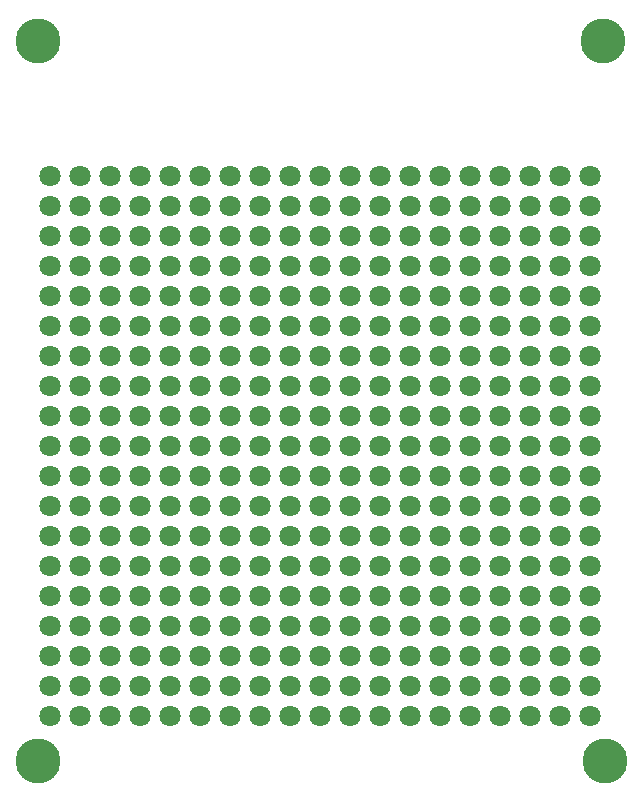
<source format=gbs>
G04 #@! TF.GenerationSoftware,KiCad,Pcbnew,8.0.2*
G04 #@! TF.CreationDate,2024-08-26T09:43:21-06:00*
G04 #@! TF.ProjectId,Perfboard_0.25,50657266-626f-4617-9264-5f302e32352e,rev?*
G04 #@! TF.SameCoordinates,Original*
G04 #@! TF.FileFunction,Soldermask,Bot*
G04 #@! TF.FilePolarity,Negative*
%FSLAX46Y46*%
G04 Gerber Fmt 4.6, Leading zero omitted, Abs format (unit mm)*
G04 Created by KiCad (PCBNEW 8.0.2) date 2024-08-26 09:43:21*
%MOMM*%
%LPD*%
G01*
G04 APERTURE LIST*
%ADD10C,1.803200*%
%ADD11C,2.600000*%
%ADD12C,3.800000*%
G04 APERTURE END LIST*
D10*
X137160000Y-60960000D03*
X137160000Y-86360000D03*
X134620000Y-81280000D03*
X165100000Y-83820000D03*
X170180000Y-93980000D03*
X152400000Y-68580000D03*
X165100000Y-68580000D03*
X139700000Y-81280000D03*
X127000000Y-88900000D03*
X154940000Y-93980000D03*
X139700000Y-88900000D03*
X147320000Y-58420000D03*
X170180000Y-76200000D03*
X152400000Y-66040000D03*
X137160000Y-76200000D03*
X142240000Y-104140000D03*
X165100000Y-91440000D03*
X160020000Y-93980000D03*
X152400000Y-78740000D03*
X144780000Y-63500000D03*
X157480000Y-104140000D03*
X132080000Y-81280000D03*
X129540000Y-58420000D03*
X165100000Y-60960000D03*
X147320000Y-71120000D03*
X139700000Y-60960000D03*
X152400000Y-63500000D03*
X165100000Y-66040000D03*
X172720000Y-71120000D03*
X160020000Y-76200000D03*
X167640000Y-86360000D03*
X170180000Y-63500000D03*
X139700000Y-71120000D03*
X139700000Y-76200000D03*
X162560000Y-66040000D03*
X154940000Y-73660000D03*
X132080000Y-78740000D03*
X160020000Y-66040000D03*
X167640000Y-99060000D03*
X165100000Y-71120000D03*
X170180000Y-78740000D03*
X154940000Y-88900000D03*
X170180000Y-58420000D03*
X134620000Y-101600000D03*
X142240000Y-76200000D03*
X149860000Y-91440000D03*
X139700000Y-78740000D03*
X147320000Y-63500000D03*
X144780000Y-66040000D03*
X172720000Y-81280000D03*
X162560000Y-83820000D03*
X134620000Y-99060000D03*
X154940000Y-86360000D03*
X144780000Y-86360000D03*
X170180000Y-83820000D03*
X167640000Y-63500000D03*
X137160000Y-93980000D03*
X157480000Y-63500000D03*
X160020000Y-78740000D03*
X165100000Y-73660000D03*
X144780000Y-83820000D03*
X167640000Y-104140000D03*
X149860000Y-63500000D03*
X137160000Y-99060000D03*
X172720000Y-88900000D03*
X152400000Y-101600000D03*
X144780000Y-93980000D03*
X127000000Y-60960000D03*
X129540000Y-68580000D03*
X142240000Y-99060000D03*
X147320000Y-76200000D03*
D11*
X173860000Y-47000000D03*
D12*
X173860000Y-47000000D03*
D10*
X129540000Y-81280000D03*
X170180000Y-101600000D03*
X165100000Y-93980000D03*
X165100000Y-81280000D03*
X129540000Y-83820000D03*
X137160000Y-104140000D03*
X147320000Y-83820000D03*
X157480000Y-101600000D03*
X137160000Y-83820000D03*
X165100000Y-96520000D03*
X134620000Y-96520000D03*
X157480000Y-96520000D03*
X149860000Y-81280000D03*
X144780000Y-101600000D03*
X147320000Y-96520000D03*
X129540000Y-93980000D03*
X167640000Y-58420000D03*
X162560000Y-76200000D03*
X170180000Y-68580000D03*
X129540000Y-66040000D03*
X154940000Y-91440000D03*
X132080000Y-58420000D03*
X149860000Y-83820000D03*
X172720000Y-68580000D03*
X134620000Y-83820000D03*
X167640000Y-71120000D03*
X127000000Y-83820000D03*
X157480000Y-93980000D03*
X157480000Y-78740000D03*
X129540000Y-86360000D03*
X170180000Y-104140000D03*
X157480000Y-88900000D03*
X172720000Y-101600000D03*
X137160000Y-63500000D03*
X139700000Y-66040000D03*
X134620000Y-78740000D03*
X172720000Y-96520000D03*
X127000000Y-78740000D03*
X162560000Y-96520000D03*
X139700000Y-96520000D03*
X170180000Y-66040000D03*
X142240000Y-96520000D03*
X142240000Y-68580000D03*
X129540000Y-63500000D03*
X149860000Y-66040000D03*
D11*
X126000000Y-47000000D03*
D12*
X126000000Y-47000000D03*
D10*
X127000000Y-91440000D03*
X149860000Y-96520000D03*
X142240000Y-78740000D03*
X144780000Y-78740000D03*
X167640000Y-78740000D03*
X147320000Y-99060000D03*
X139700000Y-58420000D03*
X147320000Y-88900000D03*
X142240000Y-88900000D03*
X139700000Y-68580000D03*
X157480000Y-58420000D03*
X162560000Y-91440000D03*
X127000000Y-99060000D03*
X165100000Y-101600000D03*
X134620000Y-104140000D03*
X157480000Y-68580000D03*
X157480000Y-60960000D03*
X139700000Y-83820000D03*
X149860000Y-58420000D03*
X157480000Y-99060000D03*
X132080000Y-76200000D03*
X127000000Y-96520000D03*
X129540000Y-101600000D03*
X139700000Y-93980000D03*
X172720000Y-86360000D03*
X162560000Y-73660000D03*
X129540000Y-71120000D03*
X170180000Y-91440000D03*
X147320000Y-104140000D03*
X149860000Y-60960000D03*
X129540000Y-60960000D03*
X147320000Y-60960000D03*
X172720000Y-73660000D03*
X139700000Y-86360000D03*
X160020000Y-104140000D03*
X160020000Y-86360000D03*
X152400000Y-60960000D03*
X149860000Y-99060000D03*
X162560000Y-93980000D03*
X129540000Y-96520000D03*
X127000000Y-93980000D03*
X142240000Y-58420000D03*
D11*
X174000000Y-108000000D03*
D12*
X174000000Y-108000000D03*
D10*
X147320000Y-91440000D03*
X160020000Y-96520000D03*
X132080000Y-101600000D03*
X172720000Y-83820000D03*
X160020000Y-99060000D03*
X167640000Y-60960000D03*
X172720000Y-91440000D03*
X162560000Y-78740000D03*
X154940000Y-96520000D03*
X157480000Y-81280000D03*
X170180000Y-71120000D03*
X165100000Y-76200000D03*
X127000000Y-76200000D03*
X127000000Y-58420000D03*
X170180000Y-88900000D03*
X154940000Y-99060000D03*
X149860000Y-93980000D03*
X167640000Y-66040000D03*
X134620000Y-63500000D03*
X134620000Y-68580000D03*
X149860000Y-104140000D03*
X154940000Y-76200000D03*
X160020000Y-88900000D03*
X139700000Y-63500000D03*
X157480000Y-71120000D03*
X142240000Y-93980000D03*
X162560000Y-81280000D03*
X137160000Y-81280000D03*
X154940000Y-101600000D03*
X160020000Y-63500000D03*
X167640000Y-76200000D03*
X139700000Y-101600000D03*
X170180000Y-73660000D03*
X154940000Y-83820000D03*
X172720000Y-104140000D03*
X144780000Y-58420000D03*
X157480000Y-73660000D03*
X132080000Y-73660000D03*
X144780000Y-91440000D03*
X160020000Y-101600000D03*
X134620000Y-58420000D03*
X142240000Y-73660000D03*
X165100000Y-99060000D03*
X172720000Y-58420000D03*
X134620000Y-66040000D03*
X144780000Y-71120000D03*
X144780000Y-81280000D03*
X137160000Y-71120000D03*
X134620000Y-91440000D03*
X149860000Y-86360000D03*
X132080000Y-96520000D03*
X167640000Y-96520000D03*
X149860000Y-76200000D03*
X132080000Y-99060000D03*
X167640000Y-73660000D03*
X129540000Y-78740000D03*
X132080000Y-83820000D03*
X165100000Y-104140000D03*
X137160000Y-96520000D03*
X170180000Y-86360000D03*
X152400000Y-99060000D03*
X154940000Y-66040000D03*
X172720000Y-63500000D03*
X160020000Y-60960000D03*
X170180000Y-81280000D03*
X147320000Y-66040000D03*
X152400000Y-71120000D03*
X170180000Y-96520000D03*
X147320000Y-81280000D03*
X142240000Y-101600000D03*
X172720000Y-66040000D03*
X149860000Y-88900000D03*
X129540000Y-73660000D03*
X152400000Y-76200000D03*
X147320000Y-68580000D03*
X154940000Y-78740000D03*
X167640000Y-83820000D03*
X154940000Y-71120000D03*
X142240000Y-63500000D03*
X167640000Y-81280000D03*
X162560000Y-86360000D03*
X167640000Y-68580000D03*
X147320000Y-93980000D03*
X160020000Y-71120000D03*
X137160000Y-88900000D03*
X172720000Y-76200000D03*
X167640000Y-91440000D03*
X152400000Y-91440000D03*
X162560000Y-58420000D03*
X165100000Y-78740000D03*
X137160000Y-68580000D03*
X162560000Y-88900000D03*
X154940000Y-63500000D03*
X172720000Y-78740000D03*
X152400000Y-104140000D03*
X149860000Y-78740000D03*
X157480000Y-86360000D03*
X144780000Y-99060000D03*
X144780000Y-96520000D03*
X134620000Y-71120000D03*
X147320000Y-101600000D03*
X162560000Y-68580000D03*
X137160000Y-66040000D03*
X162560000Y-99060000D03*
X170180000Y-99060000D03*
X154940000Y-58420000D03*
X134620000Y-76200000D03*
X167640000Y-93980000D03*
X129540000Y-91440000D03*
X157480000Y-66040000D03*
X165100000Y-86360000D03*
X162560000Y-63500000D03*
X142240000Y-86360000D03*
X165100000Y-88900000D03*
X132080000Y-60960000D03*
X167640000Y-101600000D03*
X139700000Y-73660000D03*
X144780000Y-73660000D03*
X127000000Y-104140000D03*
X147320000Y-73660000D03*
X152400000Y-93980000D03*
X172720000Y-99060000D03*
X160020000Y-68580000D03*
X127000000Y-101600000D03*
X162560000Y-71120000D03*
X144780000Y-76200000D03*
X134620000Y-93980000D03*
X132080000Y-104140000D03*
X132080000Y-93980000D03*
X134620000Y-88900000D03*
X132080000Y-86360000D03*
X149860000Y-73660000D03*
X139700000Y-104140000D03*
X154940000Y-104140000D03*
X132080000Y-71120000D03*
X149860000Y-68580000D03*
X157480000Y-91440000D03*
X129540000Y-76200000D03*
X142240000Y-81280000D03*
X162560000Y-104140000D03*
X127000000Y-71120000D03*
X142240000Y-66040000D03*
X162560000Y-101600000D03*
X157480000Y-83820000D03*
X152400000Y-58420000D03*
X152400000Y-86360000D03*
X142240000Y-83820000D03*
X167640000Y-88900000D03*
X144780000Y-88900000D03*
D11*
X126000000Y-108000000D03*
D12*
X126000000Y-108000000D03*
D10*
X132080000Y-66040000D03*
X152400000Y-96520000D03*
X149860000Y-101600000D03*
X129540000Y-104140000D03*
X170180000Y-60960000D03*
X160020000Y-81280000D03*
X154940000Y-60960000D03*
X152400000Y-88900000D03*
X160020000Y-58420000D03*
X147320000Y-86360000D03*
X137160000Y-78740000D03*
X142240000Y-71120000D03*
X129540000Y-88900000D03*
X134620000Y-86360000D03*
X142240000Y-60960000D03*
X127000000Y-86360000D03*
X154940000Y-68580000D03*
X157480000Y-76200000D03*
X134620000Y-60960000D03*
X165100000Y-63500000D03*
X127000000Y-73660000D03*
X144780000Y-60960000D03*
X144780000Y-104140000D03*
X149860000Y-71120000D03*
X132080000Y-88900000D03*
X127000000Y-63500000D03*
X172720000Y-93980000D03*
X160020000Y-91440000D03*
X127000000Y-66040000D03*
X152400000Y-81280000D03*
X160020000Y-83820000D03*
X132080000Y-63500000D03*
X162560000Y-60960000D03*
X127000000Y-81280000D03*
X165100000Y-58420000D03*
X144780000Y-68580000D03*
X142240000Y-91440000D03*
X154940000Y-81280000D03*
X127000000Y-68580000D03*
X137160000Y-58420000D03*
X172720000Y-60960000D03*
X152400000Y-73660000D03*
X147320000Y-78740000D03*
X137160000Y-91440000D03*
X129540000Y-99060000D03*
X132080000Y-68580000D03*
X137160000Y-101600000D03*
X139700000Y-91440000D03*
X152400000Y-83820000D03*
X134620000Y-73660000D03*
X132080000Y-91440000D03*
X139700000Y-99060000D03*
X160020000Y-73660000D03*
X137160000Y-73660000D03*
M02*

</source>
